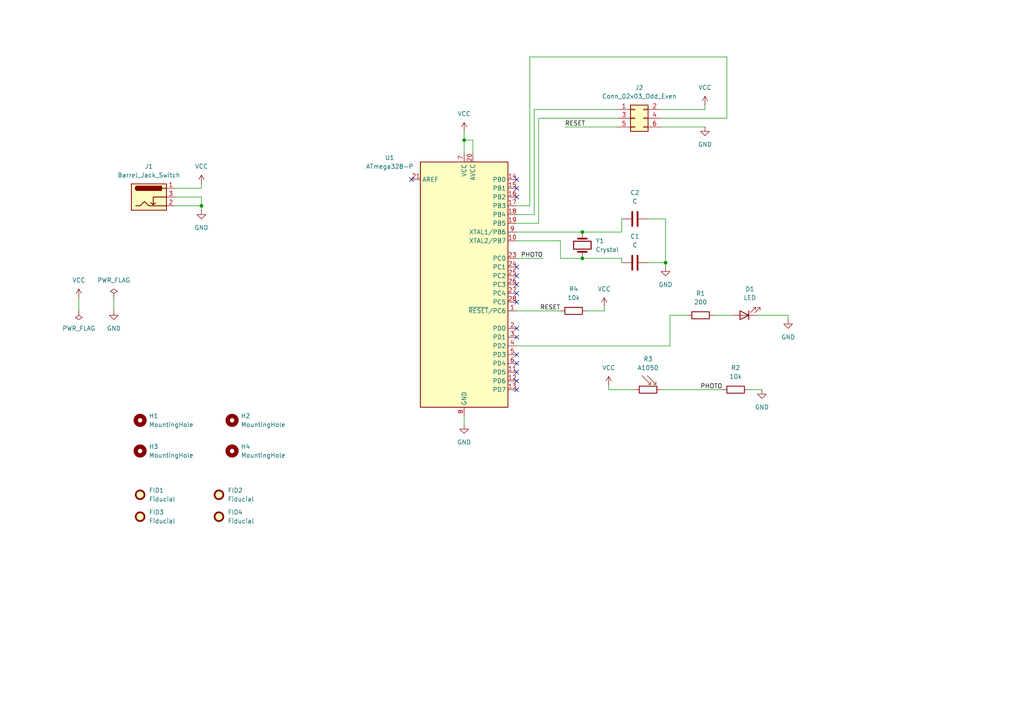
<source format=kicad_sch>
(kicad_sch (version 20231120) (generator "eeschema") (generator_version "8.0")
  (paper "A4")
  (lib_symbols
    (symbol "Connector:Barrel_Jack_Switch" (pin_names hide)
      (property "Reference" "J" (at 0 5.334 0))
      (property "Value" "Barrel_Jack_Switch" (at 0 -5.08 0))
      (symbol "Barrel_Jack_Switch_0_1"
        (rectangle (start -5.08 3.81) (end 5.08 -3.81) (stroke (width 0.254)) (fill (type background)))
        (arc (start -3.302 3.175) (mid -3.9343 2.54) (end -3.302 1.905) (stroke (width 0.254)))
        (arc (start -3.302 3.175) (mid -3.9343 2.54) (end -3.302 1.905) (stroke (width 0.254)) (fill (type outline)))
        (polyline (pts (xy 1.27 -2.286) (xy 1.905 -1.651)) (stroke (width 0.254)))
        (polyline (pts (xy 5.08 2.54) (xy 3.81 2.54)) (stroke (width 0.254)))
        (polyline (pts (xy 5.08 0) (xy 1.27 0) (xy 1.27 -2.286) (xy 0.635 -1.651)) (stroke (width 0.254)))
        (polyline (pts (xy -3.81 -2.54) (xy -2.54 -2.54) (xy -1.27 -1.27) (xy 0 -2.54) (xy 2.54 -2.54) (xy 5.08 -2.54)) (stroke (width 0.254)))
        (rectangle (start 3.683 3.175) (end -3.302 1.905) (stroke (width 0.254)) (fill (type outline)))
      )
      (symbol "Barrel_Jack_Switch_1_1"
        (pin passive line (at 7.62 2.54 180) (length 2.54) (name "~") (number "1"))
        (pin passive line (at 7.62 -2.54 180) (length 2.54) (name "~") (number "2"))
        (pin passive line (at 7.62 0 180) (length 2.54) (name "~") (number "3"))
      )
    )
    (symbol "Connector_Generic:Conn_02x03_Odd_Even" (pin_names (offset 1.016) hide)
      (property "Reference" "J" (at 1.27 5.08 0))
      (property "Value" "Conn_02x03_Odd_Even" (at 1.27 -5.08 0))
      (symbol "Conn_02x03_Odd_Even_1_1"
        (rectangle (start -1.27 -2.413) (end 0 -2.667) (stroke (width 0.1524)))
        (rectangle (start -1.27 0.127) (end 0 -0.127) (stroke (width 0.1524)))
        (rectangle (start -1.27 2.667) (end 0 2.413) (stroke (width 0.1524)))
        (rectangle (start -1.27 3.81) (end 3.81 -3.81) (stroke (width 0.254)) (fill (type background)))
        (rectangle (start 3.81 -2.413) (end 2.54 -2.667) (stroke (width 0.1524)))
        (rectangle (start 3.81 0.127) (end 2.54 -0.127) (stroke (width 0.1524)))
        (rectangle (start 3.81 2.667) (end 2.54 2.413) (stroke (width 0.1524)))
        (pin passive line (at -5.08 2.54 0) (length 3.81) (name "Pin_1") (number "1"))
        (pin passive line (at 7.62 2.54 180) (length 3.81) (name "Pin_2") (number "2"))
        (pin passive line (at -5.08 0 0) (length 3.81) (name "Pin_3") (number "3"))
        (pin passive line (at 7.62 0 180) (length 3.81) (name "Pin_4") (number "4"))
        (pin passive line (at -5.08 -2.54 0) (length 3.81) (name "Pin_5") (number "5"))
        (pin passive line (at 7.62 -2.54 180) (length 3.81) (name "Pin_6") (number "6"))
      )
    )
    (symbol "Device:C" (pin_numbers hide) (pin_names (offset 0.254))
      (property "Reference" "C" (at 0.635 2.54 0))
      (property "Value" "C" (at 0.635 -2.54 0))
      (symbol "C_0_1"
        (polyline (pts (xy -2.032 -0.762) (xy 2.032 -0.762)) (stroke (width 0.508)))
        (polyline (pts (xy -2.032 0.762) (xy 2.032 0.762)) (stroke (width 0.508)))
      )
      (symbol "C_1_1"
        (pin passive line (at 0 3.81 270) (length 2.794) (name "~") (number "1"))
        (pin passive line (at 0 -3.81 90) (length 2.794) (name "~") (number "2"))
      )
    )
    (symbol "Device:Crystal" (pin_numbers hide) (pin_names (offset 1.016) hide)
      (property "Reference" "Y" (at 0 3.81 0))
      (property "Value" "Crystal" (at 0 -3.81 0))
      (symbol "Crystal_0_1"
        (rectangle (start -1.143 2.54) (end 1.143 -2.54) (stroke (width 0.3048)))
        (polyline (pts (xy -2.54 0) (xy -1.905 0)))
        (polyline (pts (xy -1.905 -1.27) (xy -1.905 1.27)) (stroke (width 0.508)))
        (polyline (pts (xy 1.905 -1.27) (xy 1.905 1.27)) (stroke (width 0.508)))
        (polyline (pts (xy 2.54 0) (xy 1.905 0)))
      )
      (symbol "Crystal_1_1"
        (pin passive line (at -3.81 0 0) (length 1.27) (name "1") (number "1"))
        (pin passive line (at 3.81 0 180) (length 1.27) (name "2") (number "2"))
      )
    )
    (symbol "Device:LED" (pin_numbers hide) (pin_names (offset 1.016) hide)
      (property "Reference" "D" (at 0 2.54 0))
      (property "Value" "LED" (at 0 -2.54 0))
      (symbol "LED_0_1"
        (polyline (pts (xy -1.27 -1.27) (xy -1.27 1.27)) (stroke (width 0.254)))
        (polyline (pts (xy -1.27 0) (xy 1.27 0)))
        (polyline (pts (xy 1.27 -1.27) (xy 1.27 1.27) (xy -1.27 0) (xy 1.27 -1.27)) (stroke (width 0.254)))
        (polyline (pts (xy -3.048 -0.762) (xy -4.572 -2.286) (xy -3.81 -2.286) (xy -4.572 -2.286) (xy -4.572 -1.524)))
        (polyline (pts (xy -1.778 -0.762) (xy -3.302 -2.286) (xy -2.54 -2.286) (xy -3.302 -2.286) (xy -3.302 -1.524)))
      )
      (symbol "LED_1_1"
        (pin passive line (at -3.81 0 0) (length 2.54) (name "K") (number "1"))
        (pin passive line (at 3.81 0 180) (length 2.54) (name "A") (number "2"))
      )
    )
    (symbol "Device:R" (pin_numbers hide) (pin_names (offset 0))
      (property "Reference" "R" (at 2.032 0 90))
      (property "Value" "R" (at 0 0 90))
      (symbol "R_0_1"
        (rectangle (start -1.016 -2.54) (end 1.016 2.54) (stroke (width 0.254)))
      )
      (symbol "R_1_1"
        (pin passive line (at 0 3.81 270) (length 1.27) (name "~") (number "1"))
        (pin passive line (at 0 -3.81 90) (length 1.27) (name "~") (number "2"))
      )
    )
    (symbol "MCU_Microchip_ATmega:ATmega328-P"
      (property "Reference" "U" (at -12.7 36.83 0))
      (property "Value" "ATmega328-P" (at 2.54 -36.83 0))
      (symbol "ATmega328-P_0_1"
        (rectangle (start -12.7 -35.56) (end 12.7 35.56) (stroke (width 0.254)) (fill (type background)))
      )
      (symbol "ATmega328-P_1_1"
        (pin bidirectional line (at 15.24 -7.62 180) (length 2.54) (name "~{RESET}/PC6") (number "1"))
        (pin bidirectional line (at 15.24 12.7 180) (length 2.54) (name "XTAL2/PB7") (number "10"))
        (pin bidirectional line (at 15.24 -25.4 180) (length 2.54) (name "PD5") (number "11"))
        (pin bidirectional line (at 15.24 -27.94 180) (length 2.54) (name "PD6") (number "12"))
        (pin bidirectional line (at 15.24 -30.48 180) (length 2.54) (name "PD7") (number "13"))
        (pin bidirectional line (at 15.24 30.48 180) (length 2.54) (name "PB0") (number "14"))
        (pin bidirectional line (at 15.24 27.94 180) (length 2.54) (name "PB1") (number "15"))
        (pin bidirectional line (at 15.24 25.4 180) (length 2.54) (name "PB2") (number "16"))
        (pin bidirectional line (at 15.24 22.86 180) (length 2.54) (name "PB3") (number "17"))
        (pin bidirectional line (at 15.24 20.32 180) (length 2.54) (name "PB4") (number "18"))
        (pin bidirectional line (at 15.24 17.78 180) (length 2.54) (name "PB5") (number "19"))
        (pin bidirectional line (at 15.24 -12.7 180) (length 2.54) (name "PD0") (number "2"))
        (pin power_in line (at 2.54 38.1 270) (length 2.54) (name "AVCC") (number "20"))
        (pin passive line (at -15.24 30.48 0) (length 2.54) (name "AREF") (number "21"))
        (pin passive line (at 0 -38.1 90) (length 2.54) hide (name "GND") (number "22"))
        (pin bidirectional line (at 15.24 7.62 180) (length 2.54) (name "PC0") (number "23"))
        (pin bidirectional line (at 15.24 5.08 180) (length 2.54) (name "PC1") (number "24"))
        (pin bidirectional line (at 15.24 2.54 180) (length 2.54) (name "PC2") (number "25"))
        (pin bidirectional line (at 15.24 0 180) (length 2.54) (name "PC3") (number "26"))
        (pin bidirectional line (at 15.24 -2.54 180) (length 2.54) (name "PC4") (number "27"))
        (pin bidirectional line (at 15.24 -5.08 180) (length 2.54) (name "PC5") (number "28"))
        (pin bidirectional line (at 15.24 -15.24 180) (length 2.54) (name "PD1") (number "3"))
        (pin bidirectional line (at 15.24 -17.78 180) (length 2.54) (name "PD2") (number "4"))
        (pin bidirectional line (at 15.24 -20.32 180) (length 2.54) (name "PD3") (number "5"))
        (pin bidirectional line (at 15.24 -22.86 180) (length 2.54) (name "PD4") (number "6"))
        (pin power_in line (at 0 38.1 270) (length 2.54) (name "VCC") (number "7"))
        (pin power_in line (at 0 -38.1 90) (length 2.54) (name "GND") (number "8"))
        (pin bidirectional line (at 15.24 15.24 180) (length 2.54) (name "XTAL1/PB6") (number "9"))
      )
    )
    (symbol "Mechanical:Fiducial" (exclude_from_sim yes) (in_bom no)
      (property "Reference" "FID" (at 0 5.08 0))
      (property "Value" "Fiducial" (at 0 3.175 0))
      (symbol "Fiducial_0_1"
        (circle (center 0 0) (radius 1.27) (stroke (width 0.508)) (fill (type background)))
      )
    )
    (symbol "Mechanical:MountingHole" (pin_names (offset 1.016)) (exclude_from_sim yes) (in_bom no)
      (property "Reference" "H" (at 0 5.08 0))
      (property "Value" "MountingHole" (at 0 3.175 0))
      (symbol "MountingHole_0_1"
        (circle (center 0 0) (radius 1.27) (stroke (width 1.27)))
      )
    )
    (symbol "Sensor_Optical:A1050" (pin_numbers hide) (pin_names (offset 0))
      (property "Reference" "R" (at -5.08 0 90))
      (property "Value" "A1050" (at 1.905 0 90))
      (symbol "A1050_0_1"
        (rectangle (start -1.016 2.54) (end 1.016 -2.54) (stroke (width 0.254)))
        (polyline (pts (xy -1.524 -2.286) (xy -4.064 0.254)))
        (polyline (pts (xy -1.524 -2.286) (xy -2.286 -2.286)))
        (polyline (pts (xy -1.524 -2.286) (xy -1.524 -1.524)))
        (polyline (pts (xy -1.524 -0.762) (xy -4.064 1.778)))
        (polyline (pts (xy -1.524 -0.762) (xy -2.286 -0.762)))
        (polyline (pts (xy -1.524 -0.762) (xy -1.524 0)))
      )
      (symbol "A1050_1_1"
        (pin passive line (at 0 3.81 270) (length 1.27) (name "~") (number "1"))
        (pin passive line (at 0 -3.81 90) (length 1.27) (name "~") (number "2"))
      )
    )
    (symbol "power:GND" (power) (pin_numbers hide) (pin_names (offset 0) hide)
      (property "Value" "GND" (at 0 -3.81 0))
      (symbol "GND_0_1"
        (polyline (pts (xy 0 0) (xy 0 -1.27) (xy 1.27 -1.27) (xy 0 -2.54) (xy -1.27 -1.27) (xy 0 -1.27)))
      )
      (symbol "GND_1_1"
        (pin power_in line (at 0 0 270) (length 0) (name "~") (number "1"))
      )
    )
    (symbol "power:PWR_FLAG" (power) (pin_numbers hide) (pin_names (offset 0) hide)
      (property "Value" "PWR_FLAG" (at 0 3.81 0))
      (symbol "PWR_FLAG_0_0"
        (pin power_out line (at 0 0 90) (length 0) (name "~") (number "1"))
      )
      (symbol "PWR_FLAG_0_1"
        (polyline (pts (xy 0 0) (xy 0 1.27) (xy -1.016 1.905) (xy 0 2.54) (xy 1.016 1.905) (xy 0 1.27)))
      )
    )
    (symbol "power:VCC" (power) (pin_numbers hide) (pin_names (offset 0) hide)
      (property "Value" "VCC" (at 0 3.556 0))
      (symbol "VCC_0_1"
        (polyline (pts (xy -0.762 1.27) (xy 0 2.54)))
        (polyline (pts (xy 0 0) (xy 0 2.54)))
        (polyline (pts (xy 0 2.54) (xy 0.762 1.27)))
      )
      (symbol "VCC_1_1"
        (pin power_in line (at 0 0 90) (length 0) (name "~") (number "1"))
      )
    )
  )
  (junction (at 168.91 67.31))
  (junction (at 168.91 74.93))
  (junction (at 134.62 40.64))
  (junction (at 58.42 59.69))
  (junction (at 193.04 76.2))
  (no_connect (at 149.86 57.15))
  (no_connect (at 149.86 110.49))
  (no_connect (at 149.86 95.25))
  (no_connect (at 149.86 97.79))
  (no_connect (at 149.86 77.47))
  (no_connect (at 119.38 52.07))
  (no_connect (at 149.86 107.95))
  (no_connect (at 149.86 102.87))
  (no_connect (at 149.86 85.09))
  (no_connect (at 149.86 52.07))
  (no_connect (at 149.86 54.61))
  (no_connect (at 149.86 80.01))
  (no_connect (at 149.86 82.55))
  (no_connect (at 149.86 113.03))
  (no_connect (at 149.86 87.63))
  (no_connect (at 149.86 105.41))
  (wire (pts (xy 137.16 40.64) (xy 134.62 40.64)))
  (wire (pts (xy 180.34 74.93) (xy 180.34 76.2)))
  (wire (pts (xy 154.94 31.75) (xy 179.07 31.75)))
  (wire (pts (xy 193.04 76.2) (xy 193.04 77.47)))
  (wire (pts (xy 168.91 74.93) (xy 180.34 74.93)))
  (wire (pts (xy 153.67 16.51) (xy 210.82 16.51)))
  (wire (pts (xy 22.86 86.36) (xy 22.86 90.17)))
  (wire (pts (xy 58.42 59.69) (xy 58.42 60.96)))
  (wire (pts (xy 204.47 31.75) (xy 204.47 30.48)))
  (wire (pts (xy 193.04 63.5) (xy 193.04 76.2)))
  (wire (pts (xy 149.86 69.85) (xy 162.56 69.85)))
  (wire (pts (xy 58.42 57.15) (xy 58.42 59.69)))
  (wire (pts (xy 210.82 34.29) (xy 191.77 34.29)))
  (wire (pts (xy 149.86 67.31) (xy 168.91 67.31)))
  (wire (pts (xy 191.77 31.75) (xy 204.47 31.75)))
  (wire (pts (xy 191.77 113.03) (xy 209.55 113.03)))
  (wire (pts (xy 149.86 59.69) (xy 153.67 59.69)))
  (wire (pts (xy 149.86 64.77) (xy 156.21 64.77)))
  (wire (pts (xy 180.34 67.31) (xy 180.34 63.5)))
  (wire (pts (xy 149.86 100.33) (xy 194.31 100.33)))
  (wire (pts (xy 149.86 90.17) (xy 162.56 90.17)))
  (wire (pts (xy 194.31 91.44) (xy 199.39 91.44)))
  (wire (pts (xy 176.53 111.76) (xy 176.53 113.03)))
  (wire (pts (xy 194.31 100.33) (xy 194.31 91.44)))
  (wire (pts (xy 50.8 59.69) (xy 58.42 59.69)))
  (wire (pts (xy 156.21 64.77) (xy 156.21 34.29)))
  (wire (pts (xy 134.62 40.64) (xy 134.62 44.45)))
  (wire (pts (xy 33.02 86.36) (xy 33.02 90.17)))
  (wire (pts (xy 149.86 74.93) (xy 157.48 74.93)))
  (wire (pts (xy 168.91 67.31) (xy 180.34 67.31)))
  (wire (pts (xy 153.67 59.69) (xy 153.67 16.51)))
  (wire (pts (xy 187.96 76.2) (xy 193.04 76.2)))
  (wire (pts (xy 162.56 74.93) (xy 168.91 74.93)))
  (wire (pts (xy 219.71 91.44) (xy 228.6 91.44)))
  (wire (pts (xy 50.8 57.15) (xy 58.42 57.15)))
  (wire (pts (xy 58.42 54.61) (xy 58.42 53.34)))
  (wire (pts (xy 207.01 91.44) (xy 212.09 91.44)))
  (wire (pts (xy 134.62 120.65) (xy 134.62 123.19)))
  (wire (pts (xy 187.96 63.5) (xy 193.04 63.5)))
  (wire (pts (xy 149.86 62.23) (xy 154.94 62.23)))
  (wire (pts (xy 176.53 113.03) (xy 184.15 113.03)))
  (wire (pts (xy 217.17 113.03) (xy 220.98 113.03)))
  (wire (pts (xy 210.82 16.51) (xy 210.82 34.29)))
  (wire (pts (xy 137.16 44.45) (xy 137.16 40.64)))
  (wire (pts (xy 163.83 36.83) (xy 179.07 36.83)))
  (wire (pts (xy 156.21 34.29) (xy 179.07 34.29)))
  (wire (pts (xy 154.94 62.23) (xy 154.94 31.75)))
  (wire (pts (xy 191.77 36.83) (xy 204.47 36.83)))
  (wire (pts (xy 228.6 91.44) (xy 228.6 92.71)))
  (wire (pts (xy 162.56 69.85) (xy 162.56 74.93)))
  (wire (pts (xy 175.26 90.17) (xy 175.26 88.9)))
  (wire (pts (xy 50.8 54.61) (xy 58.42 54.61)))
  (wire (pts (xy 170.18 90.17) (xy 175.26 90.17)))
  (wire (pts (xy 134.62 38.1) (xy 134.62 40.64)))
  (label "RESET" (at 162.56 90.17 180))
  (label "RESET" (at 163.83 36.83 0))
  (label "PHOTO" (at 157.48 74.93 180))
  (label "PHOTO" (at 209.55 113.03 180))
  (symbol (lib_id "Sensor_Optical:A1050") (at 187.96 113.03 90) (mirror x) (unit 1)
    (property "Reference" "R3" (at 187.96 104.14 90))
    (property "Value" "A1050" (at 187.96 106.68 90))
    (property "Footprint" "OptoDevice:R_LDR_D6.4mm_P3.4mm_Vertical" (effects (hide yes)))
    (property "Datasheet" "http://cdn-reichelt.de/documents/datenblatt/A500/A106012.pdf" (effects (hide yes)))
    (property "Description" "light dependent resistor" (effects (hide yes)))
  )
  (symbol (lib_id "Device:LED") (at 215.9 91.44 180) (unit 1)
    (property "Reference" "D1" (at 217.4875 83.82 0))
    (property "Value" "LED" (at 217.4875 86.36 0))
    (property "Footprint" "LED_SMD:LED_0402_1005Metric" (effects (hide yes)))
    (property "Description" "Light emitting diode" (effects (hide yes)))
  )
  (symbol (lib_id "power:GND") (at 134.62 123.19 0) (unit 1)
    (property "Reference" "#PWR010" (effects (hide yes)))
    (property "Value" "GND" (at 134.62 128.27 0))
    (property "Description" "Power symbol creates a global label with name \"GND\" , ground" (effects (hide yes)))
  )
  (symbol (lib_id "Mechanical:MountingHole") (at 40.64 121.92 0) (unit 1) (exclude_from_sim yes) (in_bom no)
    (property "Reference" "H1" (at 43.18 120.6499 0) (effects (justify left)))
    (property "Value" "MountingHole" (at 43.18 123.1899 0) (effects (justify left)))
    (property "Footprint" "MountingHole:MountingHole_3.2mm_M3" (effects (hide yes)))
    (property "Description" "Mounting Hole without connection" (effects (hide yes)))
  )
  (symbol (lib_id "Mechanical:MountingHole") (at 40.64 130.81 0) (unit 1) (exclude_from_sim yes) (in_bom no)
    (property "Reference" "H3" (at 43.18 129.5399 0) (effects (justify left)))
    (property "Value" "MountingHole" (at 43.18 132.0799 0) (effects (justify left)))
    (property "Footprint" "MountingHole:MountingHole_3.2mm_M3" (effects (hide yes)))
    (property "Description" "Mounting Hole without connection" (effects (hide yes)))
  )
  (symbol (lib_id "MCU_Microchip_ATmega:ATmega328-P") (at 134.62 82.55 0) (unit 1)
    (property "Reference" "U1" (at 113.03 45.7514 0))
    (property "Value" "ATmega328-P" (at 113.03 48.2914 0))
    (property "Footprint" "Package_DIP:DIP-28_W7.62mm" (effects (hide yes)))
    (property "Datasheet" "http://ww1.microchip.com/downloads/en/DeviceDoc/ATmega328_P%20AVR%20MCU%20with%20picoPower%20Technology%20Data%20Sheet%2040001984A.pdf" (effects (hide yes)))
    (property "Description" "20MHz, 32kB Flash, 2kB SRAM, 1kB EEPROM, DIP-28" (effects (hide yes)))
  )
  (symbol (lib_id "power:GND") (at 228.6 92.71 0) (unit 1)
    (property "Reference" "#PWR013" (effects (hide yes)))
    (property "Value" "GND" (at 228.6 97.79 0))
    (property "Description" "Power symbol creates a global label with name \"GND\" , ground" (effects (hide yes)))
  )
  (symbol (lib_id "Mechanical:Fiducial") (at 40.64 149.86 0) (unit 1) (exclude_from_sim yes) (in_bom no)
    (property "Reference" "FID3" (at 43.18 148.5899 0) (effects (justify left)))
    (property "Value" "Fiducial" (at 43.18 151.1299 0) (effects (justify left)))
    (property "Footprint" "Fiducial:Fiducial_1mm_Mask2mm" (effects (hide yes)))
    (property "Description" "Fiducial Marker" (effects (hide yes)))
  )
  (symbol (lib_id "power:GND") (at 193.04 77.47 0) (unit 1)
    (property "Reference" "#PWR06" (effects (hide yes)))
    (property "Value" "GND" (at 193.04 82.55 0))
    (property "Description" "Power symbol creates a global label with name \"GND\" , ground" (effects (hide yes)))
  )
  (symbol (lib_id "power:GND") (at 204.47 36.83 0) (unit 1)
    (property "Reference" "#PWR08" (effects (hide yes)))
    (property "Value" "GND" (at 204.47 41.91 0))
    (property "Description" "Power symbol creates a global label with name \"GND\" , ground" (effects (hide yes)))
  )
  (symbol (lib_id "power:VCC") (at 175.26 88.9 0) (unit 1)
    (property "Reference" "#PWR05" (effects (hide yes)))
    (property "Value" "VCC" (at 175.26 83.82 0))
    (property "Description" "Power symbol creates a global label with name \"VCC\"" (effects (hide yes)))
  )
  (symbol (lib_id "power:VCC") (at 22.86 86.36 0) (unit 1)
    (property "Reference" "#PWR03" (effects (hide yes)))
    (property "Value" "VCC" (at 22.86 81.28 0))
    (property "Description" "Power symbol creates a global label with name \"VCC\"" (effects (hide yes)))
  )
  (symbol (lib_id "power:VCC") (at 176.53 111.76 0) (unit 1)
    (property "Reference" "#PWR011" (effects (hide yes)))
    (property "Value" "VCC" (at 176.53 106.68 0))
    (property "Description" "Power symbol creates a global label with name \"VCC\"" (effects (hide yes)))
  )
  (symbol (lib_id "power:VCC") (at 58.42 53.34 0) (unit 1)
    (property "Reference" "#PWR01" (effects (hide yes)))
    (property "Value" "VCC" (at 58.42 48.26 0))
    (property "Description" "Power symbol creates a global label with name \"VCC\"" (effects (hide yes)))
  )
  (symbol (lib_id "Connector:Barrel_Jack_Switch") (at 43.18 57.15 0) (unit 1)
    (property "Reference" "J1" (at 43.18 48.26 0))
    (property "Value" "Barrel_Jack_Switch" (at 43.18 50.8 0))
    (property "Footprint" "Connector_BarrelJack:BarrelJack_Horizontal" (effects (hide yes)))
    (property "Description" "DC Barrel Jack with an internal switch" (effects (hide yes)))
  )
  (symbol (lib_id "power:VCC") (at 204.47 30.48 0) (unit 1)
    (property "Reference" "#PWR07" (effects (hide yes)))
    (property "Value" "VCC" (at 204.47 25.4 0))
    (property "Description" "Power symbol creates a global label with name \"VCC\"" (effects (hide yes)))
  )
  (symbol (lib_id "power:PWR_FLAG") (at 33.02 86.36 0) (unit 1)
    (property "Reference" "#FLG02" (effects (hide yes)))
    (property "Value" "PWR_FLAG" (at 33.02 81.28 0))
    (property "Description" "Special symbol for telling ERC where power comes from" (effects (hide yes)))
  )
  (symbol (lib_id "Device:R") (at 213.36 113.03 90) (unit 1)
    (property "Reference" "R2" (at 213.36 106.68 90))
    (property "Value" "10k" (at 213.36 109.22 90))
    (property "Footprint" "Resistor_SMD:R_0805_2012Metric" (effects (hide yes)))
    (property "Description" "Resistor" (effects (hide yes)))
  )
  (symbol (lib_id "Mechanical:Fiducial") (at 63.5 143.51 0) (unit 1) (exclude_from_sim yes) (in_bom no)
    (property "Reference" "FID2" (at 66.04 142.2399 0) (effects (justify left)))
    (property "Value" "Fiducial" (at 66.04 144.7799 0) (effects (justify left)))
    (property "Footprint" "Fiducial:Fiducial_1mm_Mask2mm" (effects (hide yes)))
    (property "Description" "Fiducial Marker" (effects (hide yes)))
  )
  (symbol (lib_id "power:PWR_FLAG") (at 22.86 90.17 180) (unit 1)
    (property "Reference" "#FLG01" (effects (hide yes)))
    (property "Value" "PWR_FLAG" (at 22.86 95.25 0))
    (property "Description" "Special symbol for telling ERC where power comes from" (effects (hide yes)))
  )
  (symbol (lib_id "Device:Crystal") (at 168.91 71.12 90) (unit 1)
    (property "Reference" "Y1" (at 172.72 69.8499 90) (effects (justify right)))
    (property "Value" "Crystal" (at 172.72 72.3899 90) (effects (justify right)))
    (property "Footprint" "Crystal:Crystal_HC49-4H_Vertical" (effects (hide yes)))
    (property "Description" "Two pin crystal" (effects (hide yes)))
  )
  (symbol (lib_id "power:GND") (at 220.98 113.03 0) (unit 1)
    (property "Reference" "#PWR012" (effects (hide yes)))
    (property "Value" "GND" (at 220.98 118.11 0))
    (property "Description" "Power symbol creates a global label with name \"GND\" , ground" (effects (hide yes)))
  )
  (symbol (lib_id "Mechanical:Fiducial") (at 40.64 143.51 0) (unit 1) (exclude_from_sim yes) (in_bom no)
    (property "Reference" "FID1" (at 43.18 142.2399 0) (effects (justify left)))
    (property "Value" "Fiducial" (at 43.18 144.7799 0) (effects (justify left)))
    (property "Footprint" "Fiducial:Fiducial_1mm_Mask2mm" (effects (hide yes)))
    (property "Description" "Fiducial Marker" (effects (hide yes)))
  )
  (symbol (lib_id "Device:R") (at 166.37 90.17 90) (unit 1)
    (property "Reference" "R4" (at 166.37 83.82 90))
    (property "Value" "10k" (at 166.37 86.36 90))
    (property "Footprint" "Resistor_SMD:R_0805_2012Metric" (effects (hide yes)))
    (property "Description" "Resistor" (effects (hide yes)))
  )
  (symbol (lib_id "Connector_Generic:Conn_02x03_Odd_Even") (at 184.15 34.29 0) (unit 1)
    (property "Reference" "J2" (at 185.42 25.4 0))
    (property "Value" "Conn_02x03_Odd_Even" (at 185.42 27.94 0))
    (property "Footprint" "Connector_PinHeader_2.54mm:PinHeader_2x03_P2.54mm_Vertical" (effects (hide yes)))
    (property "Description" "Generic connector, double row, 02x03, odd/even pin numbering scheme (row 1 odd numbers, row 2 even numbers), script generated (kicad-library-utils/schlib/autogen/connector/)" (effects (hide yes)))
  )
  (symbol (lib_id "power:VCC") (at 134.62 38.1 0) (unit 1)
    (property "Reference" "#PWR09" (effects (hide yes)))
    (property "Value" "VCC" (at 134.62 33.02 0))
    (property "Description" "Power symbol creates a global label with name \"VCC\"" (effects (hide yes)))
  )
  (symbol (lib_id "Mechanical:MountingHole") (at 67.31 130.81 0) (unit 1) (exclude_from_sim yes) (in_bom no)
    (property "Reference" "H4" (at 69.85 129.5399 0) (effects (justify left)))
    (property "Value" "MountingHole" (at 69.85 132.0799 0) (effects (justify left)))
    (property "Footprint" "MountingHole:MountingHole_3.2mm_M3" (effects (hide yes)))
    (property "Description" "Mounting Hole without connection" (effects (hide yes)))
  )
  (symbol (lib_id "Mechanical:MountingHole") (at 67.31 121.92 0) (unit 1) (exclude_from_sim yes) (in_bom no)
    (property "Reference" "H2" (at 69.85 120.6499 0) (effects (justify left)))
    (property "Value" "MountingHole" (at 69.85 123.1899 0) (effects (justify left)))
    (property "Footprint" "MountingHole:MountingHole_3.2mm_M3" (effects (hide yes)))
    (property "Description" "Mounting Hole without connection" (effects (hide yes)))
  )
  (symbol (lib_id "Device:C") (at 184.15 63.5 90) (unit 1)
    (property "Reference" "C2" (at 184.15 55.88 90))
    (property "Value" "C" (at 184.15 58.42 90))
    (property "Footprint" "Capacitor_SMD:C_0805_2012Metric" (effects (hide yes)))
    (property "Description" "Unpolarized capacitor" (effects (hide yes)))
  )
  (symbol (lib_id "Device:R") (at 203.2 91.44 90) (unit 1)
    (property "Reference" "R1" (at 203.2 85.09 90))
    (property "Value" "200" (at 203.2 87.63 90))
    (property "Footprint" "Resistor_SMD:R_0805_2012Metric" (effects (hide yes)))
    (property "Description" "Resistor" (effects (hide yes)))
  )
  (symbol (lib_id "Device:C") (at 184.15 76.2 90) (unit 1)
    (property "Reference" "C1" (at 184.15 68.58 90))
    (property "Value" "C" (at 184.15 71.12 90))
    (property "Footprint" "Capacitor_SMD:C_0805_2012Metric" (effects (hide yes)))
    (property "Description" "Unpolarized capacitor" (effects (hide yes)))
  )
  (symbol (lib_id "power:GND") (at 58.42 60.96 0) (unit 1)
    (property "Reference" "#PWR02" (effects (hide yes)))
    (property "Value" "GND" (at 58.42 66.04 0))
    (property "Description" "Power symbol creates a global label with name \"GND\" , ground" (effects (hide yes)))
  )
  (symbol (lib_id "Mechanical:Fiducial") (at 63.5 149.86 0) (unit 1) (exclude_from_sim yes) (in_bom no)
    (property "Reference" "FID4" (at 66.04 148.5899 0) (effects (justify left)))
    (property "Value" "Fiducial" (at 66.04 151.1299 0) (effects (justify left)))
    (property "Footprint" "Fiducial:Fiducial_1mm_Mask2mm" (effects (hide yes)))
    (property "Description" "Fiducial Marker" (effects (hide yes)))
  )
  (symbol (lib_id "power:GND") (at 33.02 90.17 0) (unit 1)
    (property "Reference" "#PWR04" (effects (hide yes)))
    (property "Value" "GND" (at 33.02 95.25 0))
    (property "Description" "Power symbol creates a global label with name \"GND\" , ground" (effects (hide yes)))
  )
)
</source>
